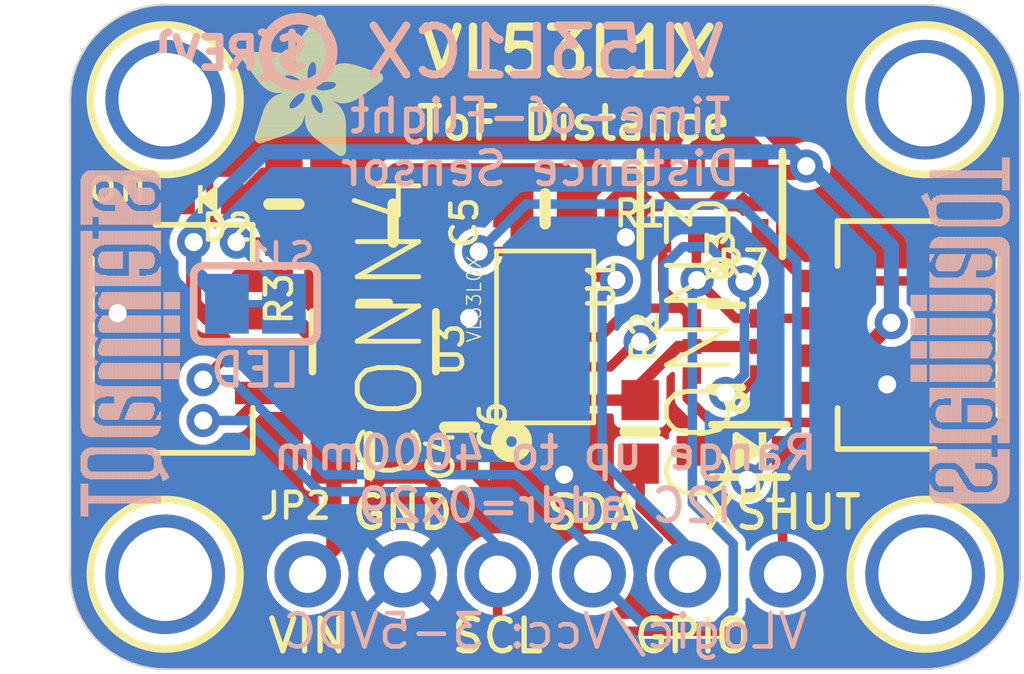
<source format=kicad_pcb>
(kicad_pcb (version 20221018) (generator pcbnew)
  (layers (0 "F.Cu" signal) (31 "B.Cu" signal) (34 "B.Paste" user) (35 "F.Paste" user) (36 "B.SilkS" user "B.Silkscreen") (37 "F.SilkS" user "F.Silkscreen") (38 "B.Mask" user) (39 "F.Mask" user) (44 "Edge.Cuts" user))
  (net 0 "")
  (net 1 "SDA")
  (net 2 "SCL")
  (net 3 "GND")
  (net 4 "GPIO")
  (net 5 "XSHUT")
  (net 6 "XSHUT_2.8V")
  (net 7 "2.8V")
  (net 8 "SCL_3V")
  (net 9 "SDA_3V")
  (net 10 "VCC")
  (net 11 "N$1")
  (net 12 "N$2")
  (footprint "working:0805-NO" (layer "F.Cu") (at 143.8021 108.1786)
    (fp_text reference "C4" (at 1.905 -0.762 90) (layer "F.SilkS") (effects (font (size 0.692831 0.692831) (thickness 0.119969)) (justify right)))
    (fp_text value "10uF")
    (pad "1" smd rect (at -0.95 0) (size 1.24 1.5) (layers "F.Cu" "F.Paste" "F.Mask") (net 10 "VCC"))
    (pad "2" smd rect (at 0.95 0) (size 1.24 1.5) (layers "F.Cu" "F.Paste" "F.Mask") (net 3 "GND"))
  )
  (footprint "working:MOUNTINGHOLE_2.5_PLATED" (layer "F.Cu") (at 158.6611 111.3536)
    (fp_text reference "U$34" hide)
    (fp_text value "MOUNTINGHOLE2.5" hide)
    (pad "P$1" thru_hole circle (at 0 0) (size 3.2 3.2) (drill 2.5) (layers "*.Cu" "*.Mask"))
    (zone (net 0) (net_name "") (layer "F.Cu") (connect_pads (clearance 0)) (min_thickness 0.25)
      (keepout (tracks not_allowed) (vias not_allowed) (pads not_allowed) (copperpour not_allowed) (footprints allowed))
      (fill (thermal_gap 0.5) (thermal_bridge_width 0.5))
      (polygon (pts (xy 160.6771 111.3536) (xy 160.65748 111.073027) (xy 160.599004 110.797915) (xy 160.502808 110.533619) (xy 160.370765 110.285283) (xy 160.205446 110.05774) (xy 160.010067 109.85542) (xy 159.788433 109.68226) (xy 159.544856 109.541631) (xy 159.284078 109.43627) (xy 159.011175 109.368228) (xy 158.731457 109.338828) (xy 158.450371 109.348644) (xy 158.173385 109.397484) (xy 157.905893 109.484397) (xy 157.6531 109.607693) (xy 157.419926 109.76497) (xy 157.210911 109.953169) (xy 157.030122 110.168625) (xy 156.881078 110.407145) (xy 156.76668 110.664087) (xy 156.689154 110.93445) (xy 156.650011 111.212971) (xy 156.650011 111.494229) (xy 156.689154 111.77275) (xy 156.76668 112.043113) (xy 156.881078 112.300055) (xy 157.030122 112.538575) (xy 157.210911 112.754031) (xy 157.419926 112.94223) (xy 157.6531 113.099507) (xy 157.905893 113.222803) (xy 158.173385 113.309716) (xy 158.450371 113.358556) (xy 158.731457 113.368372) (xy 159.011175 113.338972) (xy 159.284078 113.27093) (xy 159.544856 113.165569) (xy 159.788433 113.02494) (xy 160.010067 112.85178) (xy 160.205446 112.64946) (xy 160.370765 112.421917) (xy 160.502808 112.173581) (xy 160.599004 111.909285) (xy 160.65748 111.634173)))
      (polygon (pts (xy 158.6451 111.3536) (xy 158.649786 111.364914) (xy 158.6611 111.3696) (xy 158.672414 111.364914) (xy 158.6771 111.3536) (xy 158.672414 111.342286) (xy 158.6611 111.3376) (xy 158.649786 111.342286)))
    )
    (zone (net 0) (net_name "") (layer "B.Cu") (connect_pads (clearance 0)) (min_thickness 0.25)
      (keepout (tracks not_allowed) (vias not_allowed) (pads not_allowed) (copperpour not_allowed) (footprints allowed))
      (fill (thermal_gap 0.5) (thermal_bridge_width 0.5))
      (polygon (pts (xy 160.6771 111.3536) (xy 160.65748 111.073027) (xy 160.599004 110.797915) (xy 160.502808 110.533619) (xy 160.370765 110.285283) (xy 160.205446 110.05774) (xy 160.010067 109.85542) (xy 159.788433 109.68226) (xy 159.544856 109.541631) (xy 159.284078 109.43627) (xy 159.011175 109.368228) (xy 158.731457 109.338828) (xy 158.450371 109.348644) (xy 158.173385 109.397484) (xy 157.905893 109.484397) (xy 157.6531 109.607693) (xy 157.419926 109.76497) (xy 157.210911 109.953169) (xy 157.030122 110.168625) (xy 156.881078 110.407145) (xy 156.76668 110.664087) (xy 156.689154 110.93445) (xy 156.650011 111.212971) (xy 156.650011 111.494229) (xy 156.689154 111.77275) (xy 156.76668 112.043113) (xy 156.881078 112.300055) (xy 157.030122 112.538575) (xy 157.210911 112.754031) (xy 157.419926 112.94223) (xy 157.6531 113.099507) (xy 157.905893 113.222803) (xy 158.173385 113.309716) (xy 158.450371 113.358556) (xy 158.731457 113.368372) (xy 159.011175 113.338972) (xy 159.284078 113.27093) (xy 159.544856 113.165569) (xy 159.788433 113.02494) (xy 160.010067 112.85178) (xy 160.205446 112.64946) (xy 160.370765 112.421917) (xy 160.502808 112.173581) (xy 160.599004 111.909285) (xy 160.65748 111.634173)))
      (polygon (pts (xy 158.6451 111.3536) (xy 158.649786 111.364914) (xy 158.6611 111.3696) (xy 158.672414 111.364914) (xy 158.6771 111.3536) (xy 158.672414 111.342286) (xy 158.6611 111.3376) (xy 158.649786 111.342286)))
    )
  )
  (footprint "working:MOUNTINGHOLE_2.5_PLATED" (layer "F.Cu") (at 158.6611 98.6536)
    (fp_text reference "U$31" hide)
    (fp_text value "MOUNTINGHOLE2.5" hide)
    (pad "P$1" thru_hole circle (at 0 0) (size 3.2 3.2) (drill 2.5) (layers "*.Cu" "*.Mask"))
    (zone (net 0) (net_name "") (layer "F.Cu") (connect_pads (clearance 0)) (min_thickness 0.25)
      (keepout (tracks not_allowed) (vias not_allowed) (pads not_allowed) (copperpour not_allowed) (footprints allowed))
      (fill (thermal_gap 0.5) (thermal_bridge_width 0.5))
      (polygon (pts (xy 160.6771 98.6536) (xy 160.65748 98.373027) (xy 160.599004 98.097915) (xy 160.502808 97.833619) (xy 160.370765 97.585283) (xy 160.205446 97.35774) (xy 160.010067 97.15542) (xy 159.788433 96.98226) (xy 159.544856 96.841631) (xy 159.284078 96.73627) (xy 159.011175 96.668228) (xy 158.731457 96.638828) (xy 158.450371 96.648644) (xy 158.173385 96.697484) (xy 157.905893 96.784397) (xy 157.6531 96.907693) (xy 157.419926 97.06497) (xy 157.210911 97.253169) (xy 157.030122 97.468625) (xy 156.881078 97.707145) (xy 156.76668 97.964087) (xy 156.689154 98.23445) (xy 156.650011 98.512971) (xy 156.650011 98.794229) (xy 156.689154 99.07275) (xy 156.76668 99.343113) (xy 156.881078 99.600055) (xy 157.030122 99.838575) (xy 157.210911 100.054031) (xy 157.419926 100.24223) (xy 157.6531 100.399507) (xy 157.905893 100.522803) (xy 158.173385 100.609716) (xy 158.450371 100.658556) (xy 158.731457 100.668372) (xy 159.011175 100.638972) (xy 159.284078 100.57093) (xy 159.544856 100.465569) (xy 159.788433 100.32494) (xy 160.010067 100.15178) (xy 160.205446 99.94946) (xy 160.370765 99.721917) (xy 160.502808 99.473581) (xy 160.599004 99.209285) (xy 160.65748 98.934173)))
      (polygon (pts (xy 158.6451 98.6536) (xy 158.649786 98.664914) (xy 158.6611 98.6696) (xy 158.672414 98.664914) (xy 158.6771 98.6536) (xy 158.672414 98.642286) (xy 158.6611 98.6376) (xy 158.649786 98.642286)))
    )
    (zone (net 0) (net_name "") (layer "B.Cu") (connect_pads (clearance 0)) (min_thickness 0.25)
      (keepout (tracks not_allowed) (vias not_allowed) (pads not_allowed) (copperpour not_allowed) (footprints allowed))
      (fill (thermal_gap 0.5) (thermal_bridge_width 0.5))
      (polygon (pts (xy 160.6771 98.6536) (xy 160.65748 98.373027) (xy 160.599004 98.097915) (xy 160.502808 97.833619) (xy 160.370765 97.585283) (xy 160.205446 97.35774) (xy 160.010067 97.15542) (xy 159.788433 96.98226) (xy 159.544856 96.841631) (xy 159.284078 96.73627) (xy 159.011175 96.668228) (xy 158.731457 96.638828) (xy 158.450371 96.648644) (xy 158.173385 96.697484) (xy 157.905893 96.784397) (xy 157.6531 96.907693) (xy 157.419926 97.06497) (xy 157.210911 97.253169) (xy 157.030122 97.468625) (xy 156.881078 97.707145) (xy 156.76668 97.964087) (xy 156.689154 98.23445) (xy 156.650011 98.512971) (xy 156.650011 98.794229) (xy 156.689154 99.07275) (xy 156.76668 99.343113) (xy 156.881078 99.600055) (xy 157.030122 99.838575) (xy 157.210911 100.054031) (xy 157.419926 100.24223) (xy 157.6531 100.399507) (xy 157.905893 100.522803) (xy 158.173385 100.609716) (xy 158.450371 100.658556) (xy 158.731457 100.668372) (xy 159.011175 100.638972) (xy 159.284078 100.57093) (xy 159.544856 100.465569) (xy 159.788433 100.32494) (xy 160.010067 100.15178) (xy 160.205446 99.94946) (xy 160.370765 99.721917) (xy 160.502808 99.473581) (xy 160.599004 99.209285) (xy 160.65748 98.934173)))
      (polygon (pts (xy 158.6451 98.6536) (xy 158.649786 98.664914) (xy 158.6611 98.6696) (xy 158.672414 98.664914) (xy 158.6771 98.6536) (xy 158.672414 98.642286) (xy 158.6611 98.6376) (xy 158.649786 98.642286)))
    )
  )
  (footprint "working:0603-NO" (layer "F.Cu") (at 146.2151 107.4166 -90)
    (fp_text reference "C6" (at -0.762 -0.889 90) (layer "F.SilkS") (effects (font (size 0.692831 0.692831) (thickness 0.119969)) (justify right)))
    (fp_text value "0.1uF")
    (pad "1" smd rect (at -0.85 0 270) (size 1.075 1) (layers "F.Cu" "F.Paste" "F.Mask") (net 7 "2.8V"))
    (pad "2" smd rect (at 0.85 0 270) (size 1.075 1) (layers "F.Cu" "F.Paste" "F.Mask") (net 3 "GND"))
  )
  (footprint "working:FIDUCIAL_1MM" (layer "F.Cu") (at 141.0081 109.1946)
    (fp_text reference "FID1" hide)
    (fp_text value "FIDUCIAL_1MM" hide)
    (pad "1" smd roundrect (at 0 0) (size 1 1) (layers "F.Cu" "F.Mask") (roundrect_rratio 0.5))
  )
  (footprint "working:FIDUCIAL_1MM" (layer "F.Cu") (at 155.3591 97.3836)
    (fp_text reference "FID4" hide)
    (fp_text value "FIDUCIAL_1MM" hide)
    (pad "1" smd roundrect (at 0 0) (size 1 1) (layers "F.Cu" "F.Mask") (roundrect_rratio 0.5))
  )
  (footprint "working:LGA12_ST" (layer "F.Cu") (at 148.5011 105.0036 -90)
    (fp_text reference "U1" (at -2.2 -1.5 90) (layer "F.SilkS") (effects (font (size 0.692831 0.692831) (thickness 0.119969)) (justify right)))
    (fp_text value "VL53L0X" (at -2.2 1.9 90) (layer "F.SilkS") (effects (font (size 0.369824 0.369824) (thickness 0.036576)) (justify right)))
    (pad "1" smd rect (at 1.6 0.8 270) (size 0.5 0.5) (layers "F.Cu" "F.Paste" "F.Mask") (net 7 "2.8V"))
    (pad "2" smd rect (at 0.8 0.8 270) (size 0.5 0.5) (layers "F.Cu" "F.Paste" "F.Mask") (net 3 "GND"))
    (pad "3" smd rect (at 0 0.8 270) (size 0.5 0.5) (layers "F.Cu" "F.Paste" "F.Mask") (net 3 "GND"))
    (pad "4" smd rect (at -0.8 0.8 270) (size 0.5 0.5) (layers "F.Cu" "F.Paste" "F.Mask") (net 3 "GND"))
    (pad "5" smd rect (at -1.6 0.8 270) (size 0.5 0.5) (layers "F.Cu" "F.Paste" "F.Mask") (net 6 "XSHUT_2.8V"))
    (pad "6" smd rect (at -1.6 0 270) (size 0.5 0.5) (layers "F.Cu" "F.Paste" "F.Mask") (net 3 "GND"))
    (pad "7" smd rect (at -1.6 -0.8 270) (size 0.5 0.5) (layers "F.Cu" "F.Paste" "F.Mask") (net 4 "GPIO"))
    (pad "8" smd rect (at -0.8 -0.8 270) (size 0.5 0.5) (layers "F.Cu" "F.Paste" "F.Mask"))
    (pad "9" smd rect (at 0 -0.8 270) (size 0.5 0.5) (layers "F.Cu" "F.Paste" "F.Mask") (net 9 "SDA_3V"))
    (pad "10" smd rect (at 0.8 -0.8 270) (size 0.5 0.5) (layers "F.Cu" "F.Paste" "F.Mask") (net 8 "SCL_3V"))
    (pad "11" smd rect (at 1.6 -0.8 270) (size 0.5 0.5) (layers "F.Cu" "F.Paste" "F.Mask") (net 7 "2.8V"))
    (pad "12" smd rect (at 1.6 0 270) (size 0.5 0.5) (layers "F.Cu" "F.Paste" "F.Mask") (net 3 "GND"))
  )
  (footprint "working:CHIPLED_0603_NOOUTLINE" (layer "F.Cu") (at 139.4841 101.3206 90)
    (fp_text reference "D2" (at -0.762 1.27) (layer "F.SilkS") (effects (font (size 0.692831 0.692831) (thickness 0.119969)) (justify right)))
    (fp_text value "GREEN")
    (pad "A" smd rect (at 0 0.75 90) (size 0.8 0.8) (layers "F.Cu" "F.Paste" "F.Mask") (net 11 "N$1"))
    (pad "C" smd rect (at 0 -0.75 90) (size 0.8 0.8) (layers "F.Cu" "F.Paste" "F.Mask") (net 3 "GND"))
  )
  (footprint "working:0603-NO" (layer "F.Cu") (at 148.5011 101.5746)
    (fp_text reference "R1" (at 1.778 0.127) (layer "F.SilkS") (effects (font (size 0.692831 0.692831) (thickness 0.119969)) (justify left)))
    (fp_text value "10K")
    (pad "1" smd rect (at -0.85 0) (size 1.075 1) (layers "F.Cu" "F.Paste" "F.Mask") (net 6 "XSHUT_2.8V"))
    (pad "2" smd rect (at 0.85 0) (size 1.075 1) (layers "F.Cu" "F.Paste" "F.Mask") (net 7 "2.8V"))
  )
  (footprint "working:JST_SH4" (layer "F.Cu") (at 138.4681 105.0036 -90)
    (fp_text reference "CONN4" (at -4.6 -5.9 90) (layer "F.SilkS") (effects (font (size 1.647139 1.647139) (thickness 0.130861)) (justify right)))
    (fp_text value "STEMMA_I2C_QT" hide)
    (pad "1" smd rect (at -1.5 -2.514) (size 1.55 0.6) (layers "F.Cu" "F.Paste" "F.Mask") (net 3 "GND"))
    (pad "2" smd rect (at -0.5 -2.514) (size 1.55 0.6) (layers "F.Cu" "F.Paste" "F.Mask") (net 10 "VCC"))
    (pad "3" smd rect (at 0.5 -2.514) (size 1.55 0.6) (layers "F.Cu" "F.Paste" "F.Mask") (net 1 "SDA"))
    (pad "4" smd rect (at 1.5 -2.514) (size 1.55 0.6) (layers "F.Cu" "F.Paste" "F.Mask") (net 2 "SCL"))
    (pad "MT1" smd rect (at -2.8 1.386) (size 1.8 1.2) (layers "F.Cu" "F.Paste" "F.Mask") (net 3 "GND"))
    (pad "MT2" smd rect (at 2.8 1.386) (size 1.8 1.2) (layers "F.Cu" "F.Paste" "F.Mask") (net 3 "GND"))
  )
  (footprint "working:SOD-323" (layer "F.Cu") (at 153.9621 108.0516 180)
    (fp_text reference "D1" (at -1.1 -1) (layer "F.SilkS") (effects (font (size 0.692831 0.692831) (thickness 0.119969)) (justify right)))
    (fp_text value "1N4148")
    (pad "A" smd rect (at 1.27 0 180) (size 1.35 0.8) (layers "F.Cu" "F.Paste" "F.Mask") (net 6 "XSHUT_2.8V"))
    (pad "C" smd rect (at -1.27 0 180) (size 1.35 0.8) (layers "F.Cu" "F.Paste" "F.Mask") (net 5 "XSHUT"))
  )
  (footprint "working:RESPACK_4X0603" (layer "F.Cu") (at 152.9461 101.4476 180)
    (fp_text reference "R7" (at -1.6 -1.6) (layer "F.SilkS") (effects (font (size 0.692831 0.692831) (thickness 0.119969)) (justify right)))
    (fp_text value "10K")
    (pad "1" smd rect (at -1.3 0.85 180) (size 0.45 0.9) (layers "F.Cu" "F.Paste" "F.Mask") (net 10 "VCC"))
    (pad "2" smd rect (at -0.4 0.85 180) (size 0.45 0.9) (layers "F.Cu" "F.Paste" "F.Mask") (net 7 "2.8V"))
    (pad "3" smd rect (at 0.4 0.85 180) (size 0.45 0.9) (layers "F.Cu" "F.Paste" "F.Mask") (net 10 "VCC"))
    (pad "4" smd rect (at 1.3 0.85 180) (size 0.45 0.9) (layers "F.Cu" "F.Paste" "F.Mask") (net 7 "2.8V"))
    (pad "5" smd rect (at 1.3 -0.85 180) (size 0.45 0.9) (layers "F.Cu" "F.Paste" "F.Mask") (net 9 "SDA_3V"))
    (pad "6" smd rect (at 0.4 -0.85 180) (size 0.45 0.9) (layers "F.Cu" "F.Paste" "F.Mask") (net 1 "SDA"))
    (pad "7" smd rect (at -0.4 -0.85 180) (size 0.45 0.9) (layers "F.Cu" "F.Paste" "F.Mask") (net 8 "SCL_3V"))
    (pad "8" smd rect (at -1.3 -0.85 180) (size 0.45 0.9) (layers "F.Cu" "F.Paste" "F.Mask") (net 2 "SCL"))
  )
  (footprint "working:ADAFRUIT_3.5MM" (layer "F.Cu") (at 140.3731 100.1776)
    (fp_text reference "U$36" hide)
    (fp_text value "" hide)
  )
  (footprint "working:SOT23-5" (layer "F.Cu") (at 143.9291 105.1306)
    (fp_text reference "U3" (at 2.032 -0.562 90) (layer "F.SilkS") (effects (font (size 0.692831 0.692831) (thickness 0.119969)) (justify right)))
    (fp_text value "LP5907-2.8")
    (pad "1" smd rect (at -0.95 1.3001) (size 0.55 1.2) (layers "F.Cu" "F.Paste" "F.Mask") (net 10 "VCC"))
    (pad "2" smd rect (at 0 1.3001) (size 0.55 1.2) (layers "F.Cu" "F.Paste" "F.Mask") (net 3 "GND"))
    (pad "3" smd rect (at 0.95 1.3001) (size 0.55 1.2) (layers "F.Cu" "F.Paste" "F.Mask") (net 10 "VCC"))
    (pad "4" smd rect (at 0.95 -1.3001) (size 0.55 1.2) (layers "F.Cu" "F.Paste" "F.Mask"))
    (pad "5" smd rect (at -0.95 -1.3001) (size 0.55 1.2) (layers "F.Cu" "F.Paste" "F.Mask") (net 7 "2.8V"))
  )
  (footprint "working:1X06_ROUND_70" (layer "F.Cu") (at 148.5011 111.3536)
    (fp_text reference "JP2" (at -7.6962 -1.8288) (layer "F.SilkS") (effects (font (size 0.692831 0.692831) (thickness 0.119969)) (justify left)))
    (fp_text value "")
    (pad "1" thru_hole circle (at -6.35 0 90) (size 1.778 1.778) (drill 1) (layers "*.Cu" "*.Mask") (net 10 "VCC"))
    (pad "2" thru_hole circle (at -3.81 0 90) (size 1.778 1.778) (drill 1) (layers "*.Cu" "*.Mask") (net 3 "GND"))
    (pad "3" thru_hole circle (at -1.27 0 90) (size 1.778 1.778) (drill 1) (layers "*.Cu" "*.Mask") (net 2 "SCL"))
    (pad "4" thru_hole circle (at 1.27 0 90) (size 1.778 1.778) (drill 1) (layers "*.Cu" "*.Mask") (net 1 "SDA"))
    (pad "5" thru_hole circle (at 3.81 0 90) (size 1.778 1.778) (drill 1) (layers "*.Cu" "*.Mask") (net 4 "GPIO"))
    (pad "6" thru_hole circle (at 6.35 0 90) (size 1.778 1.778) (drill 1) (layers "*.Cu" "*.Mask") (net 5 "XSHUT"))
  )
  (footprint "working:SOT363" (layer "F.Cu") (at 153.3271 105.2576 90)
    (fp_text reference "Q3" (at 1.651 -0.127 90) (layer "F.SilkS") (effects (font (size 0.692831 0.692831) (thickness 0.119969)) (justify left)))
    (fp_text value "BSS138")
    (pad "1" smd rect (at -0.75 0.9 90) (size 0.5 0.5) (layers "F.Cu" "F.Paste" "F.Mask") (net 8 "SCL_3V"))
    (pad "2" smd rect (at 0 0.9 90) (size 0.4 0.5) (layers "F.Cu" "F.Paste" "F.Mask") (net 7 "2.8V"))
    (pad "3" smd rect (at 0.75 0.9 90) (size 0.5 0.5) (layers "F.Cu" "F.Paste" "F.Mask") (net 1 "SDA"))
    (pad "4" smd rect (at 0.75 -0.9 90) (size 0.5 0.5) (layers "F.Cu" "F.Paste" "F.Mask") (net 9 "SDA_3V"))
    (pad "5" smd rect (at 0 -0.9 90) (size 0.4 0.5) (layers "F.Cu" "F.Paste" "F.Mask") (net 7 "2.8V"))
    (pad "6" smd rect (at -0.75 -0.9 90) (size 0.5 0.5) (layers "F.Cu" "F.Paste" "F.Mask") (net 2 "SCL"))
  )
  (footprint "working:MOUNTINGHOLE_2.5_PLATED" (layer "F.Cu") (at 138.3411 98.6536)
    (fp_text reference "U$30" hide)
    (fp_text value "MOUNTINGHOLE2.5" hide)
    (pad "P$1" thru_hole circle (at 0 0) (size 3.2 3.2) (drill 2.5) (layers "*.Cu" "*.Mask"))
    (zone (net 0) (net_name "") (layer "F.Cu") (connect_pads (clearance 0)) (min_thickness 0.25)
      (keepout (tracks not_allowed) (vias not_allowed) (pads not_allowed) (copperpour not_allowed) (footprints allowed))
      (fill (thermal_gap 0.5) (thermal_bridge_width 0.5))
      (polygon (pts (xy 140.3571 98.6536) (xy 140.33748 98.373027) (xy 140.279004 98.097915) (xy 140.182808 97.833619) (xy 140.050765 97.585283) (xy 139.885446 97.35774) (xy 139.690067 97.15542) (xy 139.468433 96.98226) (xy 139.224856 96.841631) (xy 138.964078 96.73627) (xy 138.691175 96.668228) (xy 138.411457 96.638828) (xy 138.130371 96.648644) (xy 137.853385 96.697484) (xy 137.585893 96.784397) (xy 137.3331 96.907693) (xy 137.099926 97.06497) (xy 136.890911 97.253169) (xy 136.710122 97.468625) (xy 136.561078 97.707145) (xy 136.44668 97.964087) (xy 136.369154 98.23445) (xy 136.330011 98.512971) (xy 136.330011 98.794229) (xy 136.369154 99.07275) (xy 136.44668 99.343113) (xy 136.561078 99.600055) (xy 136.710122 99.838575) (xy 136.890911 100.054031) (xy 137.099926 100.24223) (xy 137.3331 100.399507) (xy 137.585893 100.522803) (xy 137.853385 100.609716) (xy 138.130371 100.658556) (xy 138.411457 100.668372) (xy 138.691175 100.638972) (xy 138.964078 100.57093) (xy 139.224856 100.465569) (xy 139.468433 100.32494) (xy 139.690067 100.15178) (xy 139.885446 99.94946) (xy 140.050765 99.721917) (xy 140.182808 99.473581) (xy 140.279004 99.209285) (xy 140.33748 98.934173)))
      (polygon (pts (xy 138.3251 98.6536) (xy 138.329786 98.664914) (xy 138.3411 98.6696) (xy 138.352414 98.664914) (xy 138.3571 98.6536) (xy 138.352414 98.642286) (xy 138.3411 98.6376) (xy 138.329786 98.642286)))
    )
    (zone (net 0) (net_name "") (layer "B.Cu") (connect_pads (clearance 0)) (min_thickness 0.25)
      (keepout (tracks not_allowed) (vias not_allowed) (pads not_allowed) (copperpour not_allowed) (footprints allowed))
      (fill (thermal_gap 0.5) (thermal_bridge_width 0.5))
      (polygon (pts (xy 140.3571 98.6536) (xy 140.33748 98.373027) (xy 140.279004 98.097915) (xy 140.182808 97.833619) (xy 140.050765 97.585283) (xy 139.885446 97.35774) (xy 139.690067 97.15542) (xy 139.468433 96.98226) (xy 139.224856 96.841631) (xy 138.964078 96.73627) (xy 138.691175 96.668228) (xy 138.411457 96.638828) (xy 138.130371 96.648644) (xy 137.853385 96.697484) (xy 137.585893 96.784397) (xy 137.3331 96.907693) (xy 137.099926 97.06497) (xy 136.890911 97.253169) (xy 136.710122 97.468625) (xy 136.561078 97.707145) (xy 136.44668 97.964087) (xy 136.369154 98.23445) (xy 136.330011 98.512971) (xy 136.330011 98.794229) (xy 136.369154 99.07275) (xy 136.44668 99.343113) (xy 136.561078 99.600055) (xy 136.710122 99.838575) (xy 136.890911 100.054031) (xy 137.099926 100.24223) (xy 137.3331 100.399507) (xy 137.585893 100.522803) (xy 137.853385 100.609716) (xy 138.130371 100.658556) (xy 138.411457 100.668372) (xy 138.691175 100.638972) (xy 138.964078 100.57093) (xy 139.224856 100.465569) (xy 139.468433 100.32494) (xy 139.690067 100.15178) (xy 139.885446 99.94946) (xy 140.050765 99.721917) (xy 140.182808 99.473581) (xy 140.279004 99.209285) (xy 140.33748 98.934173)))
      (polygon (pts (xy 138.3251 98.6536) (xy 138.329786 98.664914) (xy 138.3411 98.6696) (xy 138.352414 98.664914) (xy 138.3571 98.6536) (xy 138.352414 98.642286) (xy 138.3411 98.6376) (xy 138.329786 98.642286)))
    )
  )
  (footprint "working:0603-NO" (layer "F.Cu") (at 141.5161 101.4476 -90)
    (fp_text reference "R3" (at 1.778 0.127 90) (layer "F.SilkS") (effects (font (size 0.692831 0.692831) (thickness 0.119969)) (justify right)))
    (fp_text value "10K")
    (pad "1" smd rect (at -0.85 0 270) (size 1.075 1) (layers "F.Cu" "F.Paste" "F.Mask") (net 11 "N$1"))
    (pad "2" smd rect (at 0.85 0 270) (size 1.075 1) (layers "F.Cu" "F.Paste" "F.Mask") (net 12 "N$2"))
  )
  (footprint "working:0805-NO" (layer "F.Cu") (at 144.4371 101.9556)
    (fp_text reference "C5" (at 1.905 -0.762 90) (layer "F.SilkS") (effects (font (size 0.692831 0.692831) (thickness 0.119969)) (justify right)))
    (fp_text value "10uF")
    (pad "1" smd rect (at -0.95 0) (size 1.24 1.5) (layers "F.Cu" "F.Paste" "F.Mask") (net 7 "2.8V"))
    (pad "2" smd rect (at 0.95 0) (size 1.24 1.5) (layers "F.Cu" "F.Paste" "F.Mask") (net 3 "GND"))
  )
  (footprint "working:MOUNTINGHOLE_2.5_PLATED" (layer "F.Cu") (at 138.3411 111.3536)
    (fp_text reference "U$33" hide)
    (fp_text value "MOUNTINGHOLE2.5" hide)
    (pad "P$1" thru_hole circle (at 0 0) (size 3.2 3.2) (drill 2.5) (layers "*.Cu" "*.Mask"))
    (zone (net 0) (net_name "") (layer "F.Cu") (connect_pads (clearance 0)) (min_thickness 0.25)
      (keepout (tracks not_allowed) (vias not_allowed) (pads not_allowed) (copperpour not_allowed) (footprints allowed))
      (fill (thermal_gap 0.5) (thermal_bridge_width 0.5))
      (polygon (pts (xy 140.3571 111.3536) (xy 140.33748 111.073027) (xy 140.279004 110.797915) (xy 140.182808 110.533619) (xy 140.050765 110.285283) (xy 139.885446 110.05774) (xy 139.690067 109.85542) (xy 139.468433 109.68226) (xy 139.224856 109.541631) (xy 138.964078 109.43627) (xy 138.691175 109.368228) (xy 138.411457 109.338828) (xy 138.130371 109.348644) (xy 137.853385 109.397484) (xy 137.585893 109.484397) (xy 137.3331 109.607693) (xy 137.099926 109.76497) (xy 136.890911 109.953169) (xy 136.710122 110.168625) (xy 136.561078 110.407145) (xy 136.44668 110.664087) (xy 136.369154 110.93445) (xy 136.330011 111.212971) (xy 136.330011 111.494229) (xy 136.369154 111.77275) (xy 136.44668 112.043113) (xy 136.561078 112.300055) (xy 136.710122 112.538575) (xy 136.890911 112.754031) (xy 137.099926 112.94223) (xy 137.3331 113.099507) (xy 137.585893 113.222803) (xy 137.853385 113.309716) (xy 138.130371 113.358556) (xy 138.411457 113.368372) (xy 138.691175 113.338972) (xy 138.964078 113.27093) (xy 139.224856 113.165569) (xy 139.468433 113.02494) (xy 139.690067 112.85178) (xy 139.885446 112.64946) (xy 140.050765 112.421917) (xy 140.182808 112.173581) (xy 140.279004 111.909285) (xy 140.33748 111.634173)))
      (polygon (pts (xy 138.3251 111.3536) (xy 138.329786 111.364914) (xy 138.3411 111.3696) (xy 138.352414 111.364914) (xy 138.3571 111.3536) (xy 138.352414 111.342286) (xy 138.3411 111.3376) (xy 138.329786 111.342286)))
    )
    (zone (net 0) (net_name "") (layer "B.Cu") (connect_pads (clearance 0)) (min_thickness 0.25)
      (keepout (tracks not_allowed) (vias not_allowed) (pads not_allowed) (copperpour not_allowed) (footprints allowed))
      (fill (thermal_gap 0.5) (thermal_bridge_width 0.5))
      (polygon (pts (xy 140.3571 111.3536) (xy 140.33748 111.073027) (xy 140.279004 110.797915) (xy 140.182808 110.533619) (xy 140.050765 110.285283) (xy 139.885446 110.05774) (xy 139.690067 109.85542) (xy 139.468433 109.68226) (xy 139.224856 109.541631) (xy 138.964078 109.43627) (xy 138.691175 109.368228) (xy 138.411457 109.338828) (xy 138.130371 109.348644) (xy 137.853385 109.397484) (xy 137.585893 109.484397) (xy 137.3331 109.607693) (xy 137.099926 109.76497) (xy 136.890911 109.953169) (xy 136.710122 110.168625) (xy 136.561078 110.407145) (xy 136.44668 110.664087) (xy 136.369154 110.93445) (xy 136.330011 111.212971) (xy 136.330011 111.494229) (xy 136.369154 111.77275) (xy 136.44668 112.043113) (xy 136.561078 112.300055) (xy 136.710122 112.538575) (xy 136.890911 112.754031) (xy 137.099926 112.94223) (xy 137.3331 113.099507) (xy 137.585893 113.222803) (xy 137.853385 113.309716) (xy 138.130371 113.358556) (xy 138.411457 113.368372) (xy 138.691175 113.338972) (xy 138.964078 113.27093) (xy 139.224856 113.165569) (xy 139.468433 113.02494) (xy 139.690067 112.85178) (xy 139.885446 112.64946) (xy 140.050765 112.421917) (xy 140.182808 112.173581) (xy 140.279004 111.909285) (xy 140.33748 111.634173)))
      (polygon (pts (xy 138.3251 111.3536) (xy 138.329786 111.364914) (xy 138.3411 111.3696) (xy 138.352414 111.364914) (xy 138.3571 111.3536) (xy 138.352414 111.342286) (xy 138.3411 111.3376) (xy 138.329786 111.342286)))
    )
  )
  (footprint "working:0603-NO" (layer "F.Cu") (at 151.0411 107.5436 90)
    (fp_text reference "R2" (at 1.778 0.127 90) (layer "F.SilkS") (effects (font (size 0.692831 0.692831) (thickness 0.119969)) (justify left)))
    (fp_text value "10K")
    (pad "1" smd rect (at -0.85 0 90) (size 1.075 1) (layers "F.Cu" "F.Paste" "F.Mask") (net 4 "GPIO"))
    (pad "2" smd rect (at 0.85 0 90) (size 1.075 1) (layers "F.Cu" "F.Paste" "F.Mask") (net 7 "2.8V"))
  )
  (footprint "working:JST_SH4" (layer "F.Cu") (at 158.5341 105.0036 90)
    (fp_text reference "CONN3" (at -4.6 -5.9 90) (layer "F.SilkS") (effects (font (size 1.647139 1.647139) (thickness 0.130861)) (justify left)))
    (fp_text value "STEMMA_I2C_QT" hide)
    (pad "1" smd rect (at -1.5 -2.514 180) (size 1.55 0.6) (layers "F.Cu" "F.Paste" "F.Mask") (net 3 "GND"))
    (pad "2" smd rect (at -0.5 -2.514 180) (size 1.55 0.6) (layers "F.Cu" "F.Paste" "F.Mask") (net 10 "VCC"))
    (pad "3" smd rect (at 0.5 -2.514 180) (size 1.55 0.6) (layers "F.Cu" "F.Paste" "F.Mask") (net 1 "SDA"))
    (pad "4" smd rect (at 1.5 -2.514 180) (size 1.55 0.6) (layers "F.Cu" "F.Paste" "F.Mask") (net 2 "SCL"))
    (pad "MT1" smd rect (at -2.8 1.386 180) (size 1.8 1.2) (layers "F.Cu" "F.Paste" "F.Mask") (net 3 "GND"))
    (pad "MT2" smd rect (at 2.8 1.386 180) (size 1.8 1.2) (layers "F.Cu" "F.Paste" "F.Mask") (net 3 "GND"))
  )
  (footprint "working:STEMMAQT" (layer "B.Cu") (at 138.7221 100.5586 -90)
    (fp_text reference "U$39" hide)
    (fp_text value "" hide)
  )
  (footprint "working:STEMMAQT" (layer "B.Cu") (at 158.2801 109.4486 90)
    (fp_text reference "U$38" hide)
    (fp_text value "" hide)
  )
  (footprint "working:PCBFEAT-REV-040" (layer "B.Cu") (at 141.8971 97.3836 180)
    (fp_text reference "U$37" hide)
    (fp_text value "" hide)
    (fp_text user "${REV}" (at -0.3556 -0.508) (layer "B.SilkS") (effects (font (size 0.8128 0.8128) (thickness 0.2032)) (justify left bottom mirror)))
  )
  (footprint "working:SOLDERJUMPER_CLOSEDWIRE" (layer "B.Cu") (at 140.7541 104.1146 180)
    (fp_text reference "SJ1" (at -1.651 1.27) (layer "B.SilkS") (effects (font (size 0.692831 0.692831) (thickness 0.119969)) (justify left mirror)))
    (fp_text value "")
    (pad "1" smd rect (at -0.762 0 180) (size 1.1684 1.6002) (layers "B.Cu") (net 12 "N$2"))
    (pad "2" smd rect (at 0.762 0 180) (size 1.1684 1.6002) (layers "B.Cu") (net 10 "VCC"))
    (pad "WIRE" smd rect (at 0 0) (size 0.635 0.2032) (layers "B.Cu"))
  )
  (gr_line (start 135.8011 98.6536) (end 135.8011 111.3536) (stroke (width 0.05)) (layer "Edge.Cuts"))
  (gr_arc (start 158.6611 96.1136) (mid 160.457151 96.857549) (end 161.2011 98.6536) (stroke (width 0.05)) (layer "Edge.Cuts"))
  (gr_arc (start 161.2011 111.3536) (mid 160.457151 113.149651) (end 158.6611 113.8936) (stroke (width 0.05)) (layer "Edge.Cuts"))
  (gr_line (start 138.3411 113.8936) (end 158.6611 113.8936) (stroke (width 0.05)) (layer "Edge.Cuts"))
  (gr_arc (start 138.3411 113.8936) (mid 136.545049 113.149651) (end 135.8011 111.3536) (stroke (width 0.05)) (layer "Edge.Cuts"))
  (gr_arc (start 135.8011 98.6536) (mid 136.545049 96.857549) (end 138.3411 96.1136) (stroke (width 0.05)) (layer "Edge.Cuts"))
  (gr_line (start 158.6611 96.1136) (end 138.3411 96.1136) (stroke (width 0.05)) (layer "Edge.Cuts"))
  (gr_line (start 161.2011 111.3536) (end 161.2011 98.6536) (stroke (width 0.05)) (layer "Edge.Cuts"))
  (gr_text "Time-of-Flight\nDistance Sensor" (at 148.3741 99.7966) (layer "B.SilkS") (effects (font (size 0.87376 0.87376) (thickness 0.14224)) (justify mirror)))
  (gr_text "VL53L1CX" (at 148.5011 97.3836) (layer "B.SilkS") (effects (font (size 1.31064 1.31064) (thickness 0.21336)) (justify mirror)))
  (gr_text "VLogic/Vcc: 3-5VDC" (at 148.5011 112.8776) (layer "B.SilkS") (effects (font (size 0.89408 0.89408) (thickness 0.12192)) (justify mirror)))
  (gr_text "Range up to 4000mm\nI2C addr=0x29" (at 148.5011 108.8136) (layer "B.SilkS") (effects (font (size 0.87376 0.87376) (thickness 0.14224)) (justify mirror)))
  (gr_text "LED" (at 140.7541 105.8926) (layer "B.SilkS") (effects (font (size 0.87376 0.87376) (thickness 0.14224)) (justify mirror)))
  (gr_text "on" (at 136.1821 101.4476) (layer "F.SilkS") (effects (font (size 0.89408 0.89408) (thickness 0.12192)) (justify left bottom)))
  (gr_text "SCL" (at 147.2311 113.0046) (layer "F.SilkS") (effects (font (size 0.87376 0.87376) (thickness 0.14224))))
  (gr_text "VIN" (at 142.1511 113.0046) (layer "F.SilkS") (effects (font (size 0.87376 0.87376) (thickness 0.14224))))
  (gr_text "VL53L1X" (at 149.1361 97.3836) (layer "F.SilkS") (effects (font (size 1.25222 1.25222) (thickness 0.22098))))
  (gr_text "ToF Distance" (at 149.2631 99.2886) (layer "F.SilkS") (effects (font (size 0.8636 0.8636) (thickness 0.1524))))
  (gr_text "SDA" (at 149.7711 109.7026) (layer "F.SilkS") (effects (font (size 0.87376 0.87376) (thickness 0.14224))))
  (gr_text "XSHUT" (at 154.8511 109.7026) (layer "F.SilkS") (effects (font (size 0.87376 0.87376) (thickness 0.14224))))
  (gr_text "GND" (at 144.6911 109.7026) (layer "F.SilkS") (effects (font (size 0.87376 0.87376) (thickness 0.14224))))
  (gr_text "GPIO" (at 152.4381 113.0046) (layer "F.SilkS") (effects (font (size 0.87376 0.87376) (thickness 0.14224))))
  (segment (start 154.2311 104.5036) (end 156.0201 104.5036) (width 0.254) (layer "F.Cu") (net 1))
  (segment (start 153.5891 104.5036) (end 154.2311 104.5036) (width 0.254) (layer "F.Cu") (net 1))
  (segment (start 140.0001 105.5036) (end 139.3571 106.1466) (width 0.254) (layer "F.Cu") (net 1))
  (segment (start 152.5651 103.4796) (end 153.5891 104.5036) (width 0.254) (layer "F.Cu") (net 1))
  (segment (start 140.9821 105.5036) (end 140.0001 105.5036) (width 0.254) (layer "F.Cu") (net 1))
  (segment (start 152.5461 102.2976) (end 152.5461 103.4606) (width 0.254) (layer "F.Cu") (net 1))
  (segment (start 152.5461 103.4606) (end 152.5651 103.4796) (width 0.254) (layer "F.Cu") (net 1))
  (segment (start 154.2271 104.5076) (end 154.2311 104.5036) (width 0.254) (layer "F.Cu") (net 1))
  (via (at 152.5651 103.4796) (size 0.889) (drill 0.4826) (layers "F.Cu" "B.Cu") (net 1))
  (via (at 139.3571 106.1466) (size 0.889) (drill 0.4826) (layers "F.Cu" "B.Cu") (net 1))
  (segment (start 152.5651 103.4796) (end 152.5651 103.7336) (width 0.254) (layer "B.Cu") (net 1))
  (segment (start 151.1681 112.7506) (end 153.0731 112.7506) (width 0.254) (layer "B.Cu") (net 1))
  (segment (start 153.5303 112.2934) (end 153.5303 110.5408) (width 0.254) (layer "B.Cu") (net 1))
  (segment (start 152.5651 103.7336) (end 152.4381 103.8606) (width 0.254) (layer "B.Cu") (net 1))
  (segment (start 142.6591 108.6866) (end 140.1191 106.1466) (width 0.254) (layer "B.Cu") (net 1))
  (segment (start 149.7711 111.3536) (end 151.1681 112.7506) (width 0.254) (layer "B.Cu") (net 1))
  (segment (start 147.7391 108.6866) (end 149.7711 110.7186) (width 0.254) (layer "B.Cu") (net 1))
  (segment (start 149.7711 110.7186) (end 149.7711 111.3536) (width 0.254) (layer "B.Cu") (net 1))
  (segment (start 152.4381 103.8606) (end 152.4381 109.4486) (width 0.254) (layer "B.Cu") (net 1))
  (segment (start 153.5303 110.5408) (end 152.4381 109.4486) (width 0.254) (layer "B.Cu") (net 1))
  (segment (start 153.0731 112.7506) (end 153.5303 112.2934) (width 0.254) (layer "B.Cu") (net 1))
  (segment (start 142.6591 108.6866) (end 147.7391 108.6866) (width 0.254) (layer "B.Cu") (net 1))
  (segment (start 139.3571 106.1466) (end 140.1191 106.1466) (width 0.254) (layer "B.Cu") (net 1))
  (segment (start 156.5021 107.2896) (end 157.8991 107.2896) (width 0.254) (layer "F.Cu") (net 2))
  (segment (start 155.4521 103.5036) (end 156.0201 103.5036) (width 0.254) (layer "F.Cu") (net 2))
  (segment (start 152.4271 106.0076) (end 152.3001 106.1346) (width 0.254) (layer "F.Cu") (net 2))
  (segment (start 154.2461 102.2976) (end 155.4521 103.5036) (width 0.254) (layer "F.Cu") (net 2))
  (segment (start 157.8991 107.2896) (end 158.5341 106.6546) (width 0.254) (layer "F.Cu") (net 2))
  (segment (start 152.9461 107.2896) (end 156.5021 107.2896) (width 0.254) (layer "F.Cu") (net 2))
  (segment (start 156.5021 112.1156) (end 155.7401 112.8776) (width 0.254) (layer "F.Cu") (net 2))
  (segment (start 152.3001 106.6436) (end 152.9461 107.2896) (width 0.254) (layer "F.Cu") (net 2))
  (segment (start 147.6121 112.8776) (end 147.2311 112.4966) (width 0.254) (layer "F.Cu") (net 2))
  (segment (start 152.3001 106.1346) (end 152.3001 106.6436) (width 0.254) (layer "F.Cu") (net 2))
  (segment (start 147.2311 112.4966) (end 147.2311 111.3536) (width 0.254) (layer "F.Cu") (net 2))
  (segment (start 140.2469 107.2388) (end 139.3571 107.2388) (width 0.254) (layer "F.Cu") (net 2))
  (segment (start 140.9821 106.5036) (end 140.2469 107.2388) (width 0.254) (layer "F.Cu") (net 2))
  (segment (start 155.7401 112.8776) (end 147.6121 112.8776) (width 0.254) (layer "F.Cu") (net 2))
  (segment (start 156.5021 107.2896) (end 156.5021 112.1156) (width 0.254) (layer "F.Cu") (net 2))
  (segment (start 158.3041 103.5036) (end 156.0201 103.5036) (width 0.254) (layer "F.Cu") (net 2))
  (segment (start 158.5341 106.6546) (end 158.5341 103.7336) (width 0.254) (layer "F.Cu") (net 2))
  (segment (start 158.5341 103.7336) (end 158.3041 103.5036) (width 0.254) (layer "F.Cu") (net 2))
  (via (at 139.3571 107.2388) (size 0.889) (drill 0.4826) (layers "F.Cu" "B.Cu") (net 2))
  (segment (start 147.2311 110.5916) (end 147.2311 111.3536) (width 0.254) (layer "B.Cu") (net 2))
  (segment (start 145.7833 109.1438) (end 147.2311 110.5916) (width 0.254) (layer "B.Cu") (net 2))
  (segment (start 142.469718 109.1438) (end 140.564718 107.2388) (width 0.254) (layer "B.Cu") (net 2))
  (segment (start 142.469718 109.1438) (end 145.7833 109.1438) (width 0.254) (layer "B.Cu") (net 2))
  (segment (start 139.3571 107.2388) (end 140.564718 107.2388) (width 0.254) (layer "B.Cu") (net 2))
  (segment (start 138.2141 101.8406) (end 138.2141 102.0826) (width 0.254) (layer "F.Cu") (net 3))
  (segment (start 140.177625 100.4316) (end 140.879325 99.7299) (width 0.254) (layer "F.Cu") (net 3))
  (segment (start 142.3739 99.7299) (end 142.3739 103.2568) (width 0.254) (layer "F.Cu") (net 3))
  (segment (start 142.3739 103.2568) (end 142.0241 103.6066) (width 0.254) (layer "F.Cu") (net 3))
  (segment (start 140.5001 103.6066) (end 140.2461 103.3526) (width 0.254) (layer "F.Cu") (net 3))
  (segment (start 138.7341 101.3206) (end 139.6231 100.4316) (width 0.254) (layer "F.Cu") (net 3))
  (segment (start 143.9291 106.4307) (end 143.9291 107.184438) (width 0.4064) (layer "F.Cu") (net 3))
  (segment (start 138.7341 101.3206) (end 138.2141 101.8406) (width 0.254) (layer "F.Cu") (net 3))
  (segment (start 140.2461 103.3526) (end 140.8311 103.3526) (width 0.254) (layer "F.Cu") (net 3))
  (segment (start 138.0931 102.2036) (end 137.0821 102.2036) (width 0.254) (layer "F.Cu") (net 3))
  (segment (start 142.0241 103.6066) (end 140.5001 103.6066) (width 0.254) (layer "F.Cu") (net 3))
  (segment (start 139.6231 100.4316) (end 140.177625 100.4316) (width 0.254) (layer "F.Cu") (net 3))
  (segment (start 144.7521 108.007438) (end 144.7521 108.1786) (width 0.4064) (layer "F.Cu") (net 3))
  (segment (start 143.9291 107.184438) (end 144.7521 108.007438) (width 0.4064) (layer "F.Cu") (net 3))
  (segment (start 138.2141 102.0826) (end 138.0931 102.2036) (width 0.254) (layer "F.Cu") (net 3))
  (segment (start 140.879325 99.7299) (end 142.3739 99.7299) (width 0.254) (layer "F.Cu") (net 3))
  (segment (start 140.8311 103.3526) (end 140.9821 103.5036) (width 0.254) (layer "F.Cu") (net 3))
  (via (at 146.4691 104.4956) (size 0.889) (drill 0.4826) (layers "F.Cu" "B.Cu") (net 3))
  (via (at 157.6451 106.2736) (size 0.889) (drill 0.4826) (layers "F.Cu" "B.Cu") (net 3))
  (via (at 137.0711 104.3686) (size 0.889) (drill 0.4826) (layers "F.Cu" "B.Cu") (net 3))
  (via (at 149.0091 108.6866) (size 0.889) (drill 0.4826) (layers "F.Cu" "B.Cu") (net 3))
  (via (at 150.6601 102.3366) (size 0.889) (drill 0.4826) (layers "F.Cu" "B.Cu") (net 3))
  (segment (start 149.3011 103.4036) (end 150.3301 103.4036) (width 0.254) (layer "F.Cu") (net 4))
  (segment (start 150.3301 103.4036) (end 150.4061 103.4796) (width 0.254) (layer "F.Cu") (net 4))
  (segment (start 152.3111 110.8066) (end 152.3111 111.3536) (width 0.254) (layer "F.Cu") (net 4))
  (segment (start 151.0411 108.3936) (end 151.0411 109.5366) (width 0.254) (layer "F.Cu") (net 4))
  (segment (start 152.3111 110.8066) (end 151.0411 109.5366) (width 0.254) (layer "F.Cu") (net 4))
  (via (at 150.4061 103.4796) (size 0.889) (drill 0.4826) (layers "F.Cu" "B.Cu") (net 4))
  (segment (start 152.3111 110.5916) (end 152.3111 111.3536) (width 0.254) (layer "B.Cu") (net 4))
  (segment (start 150.0251 108.3056) (end 152.3111 110.5916) (width 0.254) (layer "B.Cu") (net 4))
  (segment (start 150.4061 103.4796) (end 150.0251 103.8606) (width 0.254) (layer "B.Cu") (net 4))
  (segment (start 150.0251 103.8606) (end 150.0251 108.3056) (width 0.254) (layer "B.Cu") (net 4))
  (segment (start 154.8511 111.3536) (end 154.8511 108.4326) (width 0.254) (layer "F.Cu") (net 5))
  (segment (start 154.8511 108.4326) (end 155.2321 108.0516) (width 0.254) (layer "F.Cu") (net 5))
  (segment (start 147.7011 101.6246) (end 147.6511 101.5746) (width 0.254) (layer "F.Cu") (net 6))
  (segment (start 147.7011 102.5906) (end 147.7011 101.6246) (width 0.254) (layer "F.Cu") (net 6))
  (segment (start 147.7011 102.5906) (end 147.5741 102.7176) (width 0.254) (layer "F.Cu") (net 6))
  (segment (start 147.7011 103.4036) (end 147.7011 102.5906) (width 0.254) (layer "F.Cu") (net 6))
  (segment (start 147.5741 102.7176) (end 146.7231 102.7176) (width 0.254) (layer "F.Cu") (net 6))
  (segment (start 153.9094 108.8263) (end 153.1347 108.0516) (width 0.254) (layer "F.Cu") (net 6))
  (segment (start 153.1347 108.0516) (end 152.6921 108.0516) (width 0.254) (layer "F.Cu") (net 6))
  (via (at 153.9094 108.8263) (size 0.889) (drill 0.4826) (layers "F.Cu" "B.Cu") (net 6))
  (via (at 146.7231 102.7176) (size 0.889) (drill 0.4826) (layers "F.Cu" "B.Cu") (net 6))
  (segment (start 146.7231 102.7176) (end 147.9931 101.4476) (width 0.254) (layer "B.Cu") (net 6))
  (segment (start 147.9931 101.4476) (end 153.7081 101.4476) (width 0.254) (layer "B.Cu") (net 6))
  (segment (start 155.2321 107.5036) (end 153.9094 108.8263) (width 0.254) (layer "B.Cu") (net 6))
  (segment (start 153.7081 101.4476) (end 155.2321 102.9716) (width 0.254) (layer "B.Cu") (net 6))
  (segment (start 155.2321 102.9716) (end 155.2321 107.5036) (width 0.254) (layer "B.Cu") (net 6))
  (segment (start 142.9791 103.8305) (end 142.9791 103.9575) (width 0.3048) (layer "F.Cu") (net 7))
  (segment (start 146.2151 105.5481) (end 146.2151 106.5666) (width 0.3048) (layer "F.Cu") (net 7))
  (segment (start 152.4271 105.2576) (end 154.2271 105.2576) (width 0.3048) (layer "F.Cu") (net 7))
  (segment (start 149.1361 107.7976) (end 149.3011 107.6326) (width 0.3048) (layer "F.Cu") (net 7))
  (segment (start 149.3911 106.6936) (end 150.9141 106.6936) (width 0.3048) (layer "F.Cu") (net 7))
  (segment (start 150.3281 100.5976) (end 151.6461 100.5976) (width 0.3048) (layer "F.Cu") (net 7))
  (segment (start 150.9141 106.4006) (end 150.9141 106.6936) (width 0.3048) (layer "F.Cu") (net 7))
  (segment (start 147.7011 107.5056) (end 147.9931 107.7976) (width 0.3048) (layer "F.Cu") (net 7))
  (segment (start 149.3511 101.5746) (end 149.3706 101.5551) (width 0.3048) (layer "F.Cu") (net 7))
  (segment (start 142.9791 102.4636) (end 143.4871 101.9556) (width 0.3048) (layer "F.Cu") (net 7))
  (segment (start 142.9791 103.8305) (end 142.9791 102.4636) (width 0.3048) (layer "F.Cu") (net 7))
  (segment (start 145.4531 104.7861) (end 146.2151 105.5481) (width 0.3048) (layer "F.Cu") (net 7))
  (segment (start 143.4871 101.9556) (end 143.4871 101.5746) (width 0.4064) (layer "F.Cu") (net 7))
  (segment (start 149.3011 106.6036) (end 149.3911 106.6936) (width 0.3048) (layer "F.Cu") (net 7))
  (segment (start 152.0571 101.4476) (end 151.6461 101.0366) (width 0.3048) (layer "F.Cu") (net 7))
  (segment (start 144.5031 100.5586) (end 143.4871 101.5746) (width 0.4064) (layer "F.Cu") (net 7))
  (segment (start 149.3011 107.6326) (end 149.3011 106.6036) (width 0.3048) (layer "F.Cu") (net 7))
  (segment (start 147.7011 106.6036) (end 147.7011 107.5056) (width 0.3048) (layer "F.Cu") (net 7))
  (segment (start 144.5031 100.5586) (end 149.0091 100.5586) (width 0.4064) (layer "F.Cu") (net 7))
  (segment (start 147.6641 106.5666) (end 147.7011 106.6036) (width 0.3048) (layer "F.Cu") (net 7))
  (segment (start 146.2151 106.5666) (end 147.6641 106.5666) (width 0.3048) (layer "F.Cu") (net 7))
  (segment (start 152.4271 105.2576) (end 152.0571 105.2576) (width 0.3048) (layer "F.Cu") (net 7))
  (segment (start 143.8077 104.7861) (end 145.4531 104.7861) (width 0.3048) (layer "F.Cu") (net 7))
  (segment (start 149.0091 100.5586) (end 149.3706 100.9201) (width 0.4064) (layer "F.Cu") (net 7))
  (segment (start 152.0571 105.2576) (end 150.9141 106.4006) (width 0.3048) (layer "F.Cu") (net 7))
  (segment (start 147.9931 107.7976) (end 149.1361 107.7976) (width 0.3048) (layer "F.Cu") (net 7))
  (segment (start 150.9141 106.6936) (end 151.0411 106.6936) (width 0.3048) (layer "F.Cu") (net 7))
  (segment (start 143.8077 104.7861) (end 142.9791 103.9575) (width 0.3048) (layer "F.Cu") (net 7))
  (segment (start 152.9461 101.4476) (end 152.0571 101.4476) (width 0.3048) (layer "F.Cu") (net 7))
  (segment (start 153.3461 101.0476) (end 152.9461 101.4476) (width 0.3048) (layer "F.Cu") (net 7))
  (segment (start 153.3461 100.5976) (end 153.3461 101.0476) (width 0.3048) (layer "F.Cu") (net 7))
  (segment (start 149.3706 100.9201) (end 149.3706 101.5551) (width 0.4064) (layer "F.Cu") (net 7))
  (segment (start 149.3706 101.5551) (end 150.3281 100.5976) (width 0.3048) (layer "F.Cu") (net 7))
  (segment (start 151.6461 101.0366) (end 151.6461 100.5976) (width 0.3048) (layer "F.Cu") (net 7))
  (segment (start 153.3271 106.5149) (end 153.7198 106.5149) (width 0.254) (layer "F.Cu") (net 8))
  (segment (start 153.7198 106.5149) (end 154.2271 106.0076) (width 0.254) (layer "F.Cu") (net 8))
  (segment (start 150.9141 105.1306) (end 151.0411 105.1306) (width 0.254) (layer "F.Cu") (net 8))
  (segment (start 153.3461 102.2976) (end 153.3461 103.038007) (width 0.254) (layer "F.Cu") (net 8))
  (segment (start 150.2411 105.8036) (end 150.9141 105.1306) (width 0.254) (layer "F.Cu") (net 8))
  (segment (start 149.3011 105.8036) (end 150.2411 105.8036) (width 0.254) (layer "F.Cu") (net 8))
  (segment (start 153.3461 103.038007) (end 153.830393 103.5223) (width 0.254) (layer "F.Cu") (net 8))
  (via (at 153.3271 106.5149) (size 0.889) (drill 0.4826) (layers "F.Cu" "B.Cu") (net 8))
  (via (at 153.830393 103.5223) (size 0.889) (drill 0.4826) (layers "F.Cu" "B.Cu") (net 8))
  (via (at 151.0411 105.1306) (size 0.889) (drill 0.4826) (layers "F.Cu" "B.Cu") (net 8))
  (segment (start 151.6761 103.0986) (end 151.6761 104.4956) (width 0.254) (layer "B.Cu") (net 8))
  (segment (start 152.898693 102.5906) (end 153.830393 103.5223) (width 0.254) (layer "B.Cu") (net 8))
  (segment (start 153.830393 106.011607) (end 153.3271 106.5149) (width 0.254) (layer "B.Cu") (net 8))
  (segment (start 152.1841 102.5906) (end 152.898693 102.5906) (width 0.254) (layer "B.Cu") (net 8))
  (segment (start 151.0411 105.1306) (end 151.6761 104.4956) (width 0.254) (layer "B.Cu") (net 8))
  (segment (start 153.830393 103.5223) (end 153.830393 106.011607) (width 0.254) (layer "B.Cu") (net 8))
  (segment (start 151.6761 103.0986) (end 152.1841 102.5906) (width 0.254) (layer "B.Cu") (net 8))
  (segment (start 151.6461 102.2976) (end 151.6461 103.7266) (width 0.254) (layer "F.Cu") (net 9))
  (segment (start 152.1541 104.2346) (end 152.4271 104.5076) (width 0.254) (layer "F.Cu") (net 9))
  (segment (start 149.3011 105.0036) (end 149.977693 105.0036) (width 0.254) (layer "F.Cu") (net 9))
  (segment (start 150.746693 104.2346) (end 152.1541 104.2346) (width 0.254) (layer "F.Cu") (net 9))
  (segment (start 149.977693 105.0036) (end 150.746693 104.2346) (width 0.254) (layer "F.Cu") (net 9))
  (segment (start 151.6461 103.7266) (end 152.1541 104.2346) (width 0.254) (layer "F.Cu") (net 9))
  (segment (start 154.2461 100.0806) (end 154.2461 100.5976) (width 0.4064) (layer "F.Cu") (net 10))
  (segment (start 139.4921 104.5036) (end 140.9821 104.5036) (width 0.4064) (layer "F.Cu") (net 10))
  (segment (start 156.0201 105.5036) (end 156.8784 105.5036) (width 0.4064) (layer "F.Cu") (net 10))
  (segment (start 144.8791 106.4307) (end 144.8181 106.3697) (width 0.4064) (layer "F.Cu") (net 10))
  (segment (start 142.8521 106.5577) (end 142.8521 108.1786) (width 0.4064) (layer "F.Cu") (net 10))
  (segment (start 144.5641 105.3846) (end 144.8181 105.6386) (width 0.4064) (layer "F.Cu") (net 10))
  (segment (start 142.7251 105.4456) (end 142.9791 105.6996) (width 0.4064) (layer "F.Cu") (net 10))
  (segment (start 139.1031 102.4636) (end 139.1031 104.1146) (width 0.4064) (layer "F.Cu") (net 10))
  (segment (start 156.8784 105.5036) (end 157.7594 104.6226) (width 0.4064) (layer "F.Cu") (net 10))
  (segment (start 153.8351 99.6696) (end 154.2461 100.0806) (width 0.4064) (layer "F.Cu") (net 10))
  (segment (start 152.5461 100.5976) (end 152.5461 99.9426) (width 0.4064) (layer "F.Cu") (net 10))
  (segment (start 142.9791 106.4307) (end 142.9791 105.6996) (width 0.4064) (layer "F.Cu") (net 10))
  (segment (start 142.7251 105.4456) (end 142.7861 105.3846) (width 0.4064) (layer "F.Cu") (net 10))
  (segment (start 144.8181 105.6386) (end 144.8181 106.3697) (width 0.4064) (layer "F.Cu") (net 10))
  (segment (start 142.1511 111.3536) (end 142.8521 110.6526) (width 0.4064) (layer "F.Cu") (net 10))
  (segment (start 152.5461 99.9426) (end 152.8191 99.6696) (width 0.4064) (layer "F.Cu") (net 10))
  (segment (start 139.1031 104.1146) (end 139.4921 104.5036) (width 0.4064) (layer "F.Cu") (net 10))
  (segment (start 141.7831 104.5036) (end 142.7251 105.4456) (width 0.4064) (layer "F.Cu") (net 10))
  (segment (start 155.4861 100.4316) (end 155.3201 100.5976) (width 0.4064) (layer "F.Cu") (net 10))
  (segment (start 152.8191 99.6696) (end 153.8351 99.6696) (width 0.4064) (layer "F.Cu") (net 10))
  (segment (start 142.7861 105.3846) (end 144.5641 105.3846) (width 0.4064) (layer "F.Cu") (net 10))
  (segment (start 142.8521 106.5577) (end 142.9791 106.4307) (width 0.4064) (layer "F.Cu") (net 10))
  (segment (start 140.9821 104.5036) (end 141.7831 104.5036) (width 0.4064) (layer "F.Cu") (net 10))
  (segment (start 155.3201 100.5976) (end 154.2461 100.5976) (width 0.4064) (layer "F.Cu") (net 10))
  (segment (start 142.8521 110.6526) (end 142.8521 108.1786) (width 0.4064) (layer "F.Cu") (net 10))
  (via (at 139.1031 102.4636) (size 0.889) (drill 0.4826) (layers "F.Cu" "B.Cu") (net 10))
  (via (at 155.4861 100.4316) (size 0.889) (drill 0.4826) (layers "F.Cu" "B.Cu") (net 10))
  (via (at 157.7594 104.6226) (size 0.889) (drill 0.4826) (layers "F.Cu" "B.Cu") (net 10))
  (segment (start 155.4861 100.4316) (end 155.1051 100.0506) (width 0.4064) (layer "B.Cu") (net 10))
  (segment (start 139.9921 104.1146) (end 139.1031 103.2256) (width 0.4064) (layer "B.Cu") (net 10))
  (segment (start 157.7594 102.5779) (end 155.6131 100.4316) (width 0.4064) (layer "B.Cu") (net 10))
  (segment (start 139.1031 103.2256) (end 139.1031 102.4636) (width 0.4064) (layer "B.Cu") (net 10))
  (segment (start 155.1051 100.0506) (end 141.0081 100.0506) (width 0.4064) (layer "B.Cu") (net 10))
  (segment (start 157.7594 104.6226) (end 157.7594 102.5779) (width 0.4064) (layer "B.Cu") (net 10))
  (segment (start 141.0081 100.0506) (end 139.1031 101.9556) (width 0.4064) (layer "B.Cu") (net 10))
  (segment (start 155.6131 100.4316) (end 155.4861 100.4316) (width 0.4064) (layer "B.Cu") (net 10))
  (segment (start 139.1031 101.9556) (end 139.1031 102.4636) (width 0.4064) (layer "B.Cu") (net 10))
  (segment (start 140.2341 101.3206) (end 140.9571 100.5976) (width 0.254) (layer "F.Cu") (net 11))
  (segment (start 140.9571 100.5976) (end 141.5161 100.5976) (width 0.254) (layer "F.Cu") (net 11))
  (segment (start 140.2461 102.4636) (end 141.3501 102.4636) (width 0.254) (layer "F.Cu") (net 12))
  (segment (start 141.3501 102.4636) (end 141.5161 102.2976) (width 0.254) (layer "F.Cu") (net 12))
  (via (at 140.2461 102.4636) (size 0.889) (drill 0.4826) (layers "F.Cu" "B.Cu") (net 12))
  (segment (start 141.5161 104.1146) (end 141.5161 103.7336) (width 0.254) (layer "B.Cu") (net 12))
  (segment (start 141.5161 103.7336) (end 140.2461 102.4636) (width 0.254) (layer "B.Cu") (net 12))
  (zone (net 3) (net_name "GND") (layer "F.Cu") (priority 6) (connect_pads (clearance 0.000001)) (min_thickness 0.127) (fill yes (thermal_gap 0.304) (thermal_bridge_width 0.304))
    (polygon (pts (xy 161.3281 114.0206) (xy 135.6741 114.0206) (xy 135.6741 95.9866) (xy 161.3281 95.9866)))
  )
  (zone (net 3) (net_name "GND") (layer "B.Cu") (priority 6) (connect_pads (clearance 0.000001)) (min_thickness 0.127) (fill yes (thermal_gap 0.304) (thermal_bridge_width 0.304))
    (polygon (pts (xy 161.3281 114.0206) (xy 135.6741 114.0206) (xy 135.6741 95.9866) (xy 161.3281 95.9866)))
  )
)
</source>
